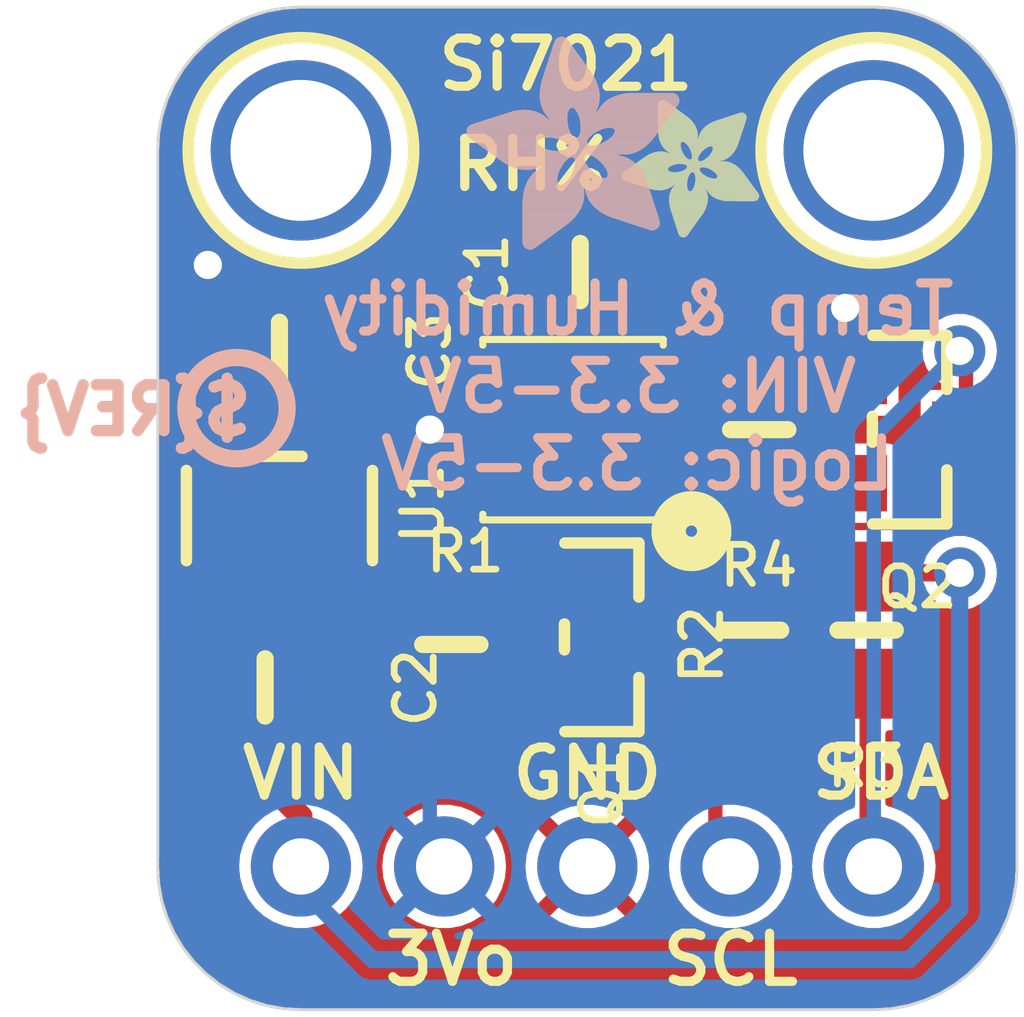
<source format=kicad_pcb>
(kicad_pcb (version 20221018) (generator pcbnew)
  (layers (0 "F.Cu" signal) (31 "B.Cu" signal) (34 "B.Paste" user) (35 "F.Paste" user) (36 "B.SilkS" user "B.Silkscreen") (37 "F.SilkS" user "F.Silkscreen") (38 "B.Mask" user) (39 "F.Mask" user) (44 "Edge.Cuts" user))
  (net 0 "")
  (net 1 "SDA_3.3V")
  (net 2 "SCL_3.3V")
  (net 3 "SDA")
  (net 4 "SCL")
  (net 5 "+3V3")
  (net 6 "VIN")
  (net 7 "GND")
  (footprint "working:SOT23-WIDE" (layer "F.Cu") (at 148.7551 107.2896 -90)
    (fp_text reference "Q1" (at 1.905 0 90) (layer "F.SilkS") (effects (font (size 0.692831 0.692831) (thickness 0.119969)) (justify right)))
    (fp_text value "BSS138")
    (pad "1" smd rect (at -0.95 1 270) (size 1 1.2) (layers "F.Cu" "F.Paste" "F.Mask") (net 5 "+3V3"))
    (pad "2" smd rect (at 0.95 1 270) (size 1 1.2) (layers "F.Cu" "F.Paste" "F.Mask") (net 2 "SCL_3.3V"))
    (pad "3" smd rect (at 0 -1 270) (size 1 1.2) (layers "F.Cu" "F.Paste" "F.Mask") (net 4 "SCL"))
  )
  (footprint "working:0805-NO" (layer "F.Cu") (at 151.4221 107.1626 90)
    (fp_text reference "R2" (at -1.016 -0.889 90) (layer "F.SilkS") (effects (font (size 0.692831 0.692831) (thickness 0.119969)) (justify left)))
    (fp_text value "10K")
    (pad "1" smd rect (at -0.95 0 90) (size 1.24 1.5) (layers "F.Cu" "F.Paste" "F.Mask") (net 4 "SCL"))
    (pad "2" smd rect (at 0.95 0 90) (size 1.24 1.5) (layers "F.Cu" "F.Paste" "F.Mask") (net 6 "VIN"))
  )
  (footprint "working:MOUNTINGHOLE_2.5_PLATED" (layer "F.Cu") (at 143.4211 98.6536)
    (fp_text reference "U$7" hide)
    (fp_text value "MOUNTINGHOLE2.5" hide)
    (pad "P$1" thru_hole circle (at 0 0) (size 3.2 3.2) (drill 2.5) (layers "*.Cu" "*.Mask"))
    (zone (net 0) (net_name "") (layer "F.Cu") (connect_pads (clearance 0)) (min_thickness 0.25)
      (keepout (tracks not_allowed) (vias not_allowed) (pads not_allowed) (copperpour not_allowed) (footprints allowed))
      (fill (thermal_gap 0.5) (thermal_bridge_width 0.5))
      (polygon (pts (xy 145.4371 98.6536) (xy 145.41748 98.373027) (xy 145.359004 98.097915) (xy 145.262808 97.833619) (xy 145.130765 97.585283) (xy 144.965446 97.35774) (xy 144.770067 97.15542) (xy 144.548433 96.98226) (xy 144.304856 96.841631) (xy 144.044078 96.73627) (xy 143.771175 96.668228) (xy 143.491457 96.638828) (xy 143.210371 96.648644) (xy 142.933385 96.697484) (xy 142.665893 96.784397) (xy 142.4131 96.907693) (xy 142.179926 97.06497) (xy 141.970911 97.253169) (xy 141.790122 97.468625) (xy 141.641078 97.707145) (xy 141.52668 97.964087) (xy 141.449154 98.23445) (xy 141.410011 98.512971) (xy 141.410011 98.794229) (xy 141.449154 99.07275) (xy 141.52668 99.343113) (xy 141.641078 99.600055) (xy 141.790122 99.838575) (xy 141.970911 100.054031) (xy 142.179926 100.24223) (xy 142.4131 100.399507) (xy 142.665893 100.522803) (xy 142.933385 100.609716) (xy 143.210371 100.658556) (xy 143.491457 100.668372) (xy 143.771175 100.638972) (xy 144.044078 100.57093) (xy 144.304856 100.465569) (xy 144.548433 100.32494) (xy 144.770067 100.15178) (xy 144.965446 99.94946) (xy 145.130765 99.721917) (xy 145.262808 99.473581) (xy 145.359004 99.209285) (xy 145.41748 98.934173)))
      (polygon (pts (xy 143.4051 98.6536) (xy 143.409786 98.664914) (xy 143.4211 98.6696) (xy 143.432414 98.664914) (xy 143.4371 98.6536) (xy 143.432414 98.642286) (xy 143.4211 98.6376) (xy 143.409786 98.642286)))
    )
    (zone (net 0) (net_name "") (layer "B.Cu") (connect_pads (clearance 0)) (min_thickness 0.25)
      (keepout (tracks not_allowed) (vias not_allowed) (pads not_allowed) (copperpour not_allowed) (footprints allowed))
      (fill (thermal_gap 0.5) (thermal_bridge_width 0.5))
      (polygon (pts (xy 145.4371 98.6536) (xy 145.41748 98.373027) (xy 145.359004 98.097915) (xy 145.262808 97.833619) (xy 145.130765 97.585283) (xy 144.965446 97.35774) (xy 144.770067 97.15542) (xy 144.548433 96.98226) (xy 144.304856 96.841631) (xy 144.044078 96.73627) (xy 143.771175 96.668228) (xy 143.491457 96.638828) (xy 143.210371 96.648644) (xy 142.933385 96.697484) (xy 142.665893 96.784397) (xy 142.4131 96.907693) (xy 142.179926 97.06497) (xy 141.970911 97.253169) (xy 141.790122 97.468625) (xy 141.641078 97.707145) (xy 141.52668 97.964087) (xy 141.449154 98.23445) (xy 141.410011 98.512971) (xy 141.410011 98.794229) (xy 141.449154 99.07275) (xy 141.52668 99.343113) (xy 141.641078 99.600055) (xy 141.790122 99.838575) (xy 141.970911 100.054031) (xy 142.179926 100.24223) (xy 142.4131 100.399507) (xy 142.665893 100.522803) (xy 142.933385 100.609716) (xy 143.210371 100.658556) (xy 143.491457 100.668372) (xy 143.771175 100.638972) (xy 144.044078 100.57093) (xy 144.304856 100.465569) (xy 144.548433 100.32494) (xy 144.770067 100.15178) (xy 144.965446 99.94946) (xy 145.130765 99.721917) (xy 145.262808 99.473581) (xy 145.359004 99.209285) (xy 145.41748 98.934173)))
      (polygon (pts (xy 143.4051 98.6536) (xy 143.409786 98.664914) (xy 143.4211 98.6696) (xy 143.432414 98.664914) (xy 143.4371 98.6536) (xy 143.432414 98.642286) (xy 143.4211 98.6376) (xy 143.409786 98.642286)))
    )
  )
  (footprint "working:0805-NO" (layer "F.Cu") (at 142.7861 108.1786)
    (fp_text reference "C2" (at 2.667 0.762 90) (layer "F.SilkS") (effects (font (size 0.692831 0.692831) (thickness 0.119969)) (justify left)))
    (fp_text value "10uF")
    (pad "1" smd rect (at -0.95 0) (size 1.24 1.5) (layers "F.Cu" "F.Paste" "F.Mask") (net 6 "VIN"))
    (pad "2" smd rect (at 0.95 0) (size 1.24 1.5) (layers "F.Cu" "F.Paste" "F.Mask") (net 7 "GND"))
  )
  (footprint "working:1X05_ROUND_70" (layer "F.Cu") (at 148.5011 111.3536 180)
    (fp_text reference "JP1" hide)
    (fp_text value "")
    (pad "1" thru_hole circle (at -5.08 0 270) (size 1.778 1.778) (drill 1) (layers "*.Cu" "*.Mask") (net 3 "SDA"))
    (pad "2" thru_hole circle (at -2.54 0 270) (size 1.778 1.778) (drill 1) (layers "*.Cu" "*.Mask") (net 4 "SCL"))
    (pad "3" thru_hole circle (at 0 0 270) (size 1.778 1.778) (drill 1) (layers "*.Cu" "*.Mask") (net 7 "GND"))
    (pad "4" thru_hole circle (at 2.54 0 270) (size 1.778 1.778) (drill 1) (layers "*.Cu" "*.Mask") (net 5 "+3V3"))
    (pad "5" thru_hole circle (at 5.08 0 270) (size 1.778 1.778) (drill 1) (layers "*.Cu" "*.Mask") (net 6 "VIN"))
  )
  (footprint "working:0805-NO" (layer "F.Cu") (at 153.4541 107.1626 -90)
    (fp_text reference "R3" (at 2.413 0.762) (layer "F.SilkS") (effects (font (size 0.692831 0.692831) (thickness 0.119969)) (justify left)))
    (fp_text value "10K")
    (pad "1" smd rect (at -0.95 0 270) (size 1.24 1.5) (layers "F.Cu" "F.Paste" "F.Mask") (net 6 "VIN"))
    (pad "2" smd rect (at 0.95 0 270) (size 1.24 1.5) (layers "F.Cu" "F.Paste" "F.Mask") (net 3 "SDA"))
  )
  (footprint "working:FIDUCIAL_1MM" (layer "F.Cu") (at 141.6431 110.8456)
    (fp_text reference "FID1" hide)
    (fp_text value "FIDUCIAL\"\"" hide)
    (pad "1" smd roundrect (at 0 0) (size 1 1) (layers "F.Cu" "F.Mask") (roundrect_rratio 0.5))
  )
  (footprint "working:0805-NO" (layer "F.Cu") (at 143.0401 102.2096)
    (fp_text reference "C3" (at 2.667 0.762 90) (layer "F.SilkS") (effects (font (size 0.692831 0.692831) (thickness 0.119969)) (justify left)))
    (fp_text value "10uF")
    (pad "1" smd rect (at -0.95 0) (size 1.24 1.5) (layers "F.Cu" "F.Paste" "F.Mask") (net 5 "+3V3"))
    (pad "2" smd rect (at 0.95 0) (size 1.24 1.5) (layers "F.Cu" "F.Paste" "F.Mask") (net 7 "GND"))
  )
  (footprint "working:FIDUCIAL_1MM" (layer "F.Cu") (at 151.4221 100.9396)
    (fp_text reference "FID2" hide)
    (fp_text value "FIDUCIAL\"\"" hide)
    (pad "1" smd roundrect (at 0 0) (size 1 1) (layers "F.Cu" "F.Mask") (roundrect_rratio 0.5))
  )
  (footprint "working:ADAFRUIT_2.5MM" (layer "F.Cu") (at 151.5491 97.7646 180)
    (fp_text reference "U$1" hide)
    (fp_text value "" hide)
  )
  (footprint "working:SOT23-WIDE" (layer "F.Cu") (at 154.2161 103.6066 -90)
    (fp_text reference "Q2" (at 2.794 0.635) (layer "F.SilkS") (effects (font (size 0.692831 0.692831) (thickness 0.119969)) (justify left)))
    (fp_text value "BSS138")
    (pad "1" smd rect (at -0.95 1 270) (size 1 1.2) (layers "F.Cu" "F.Paste" "F.Mask") (net 5 "+3V3"))
    (pad "2" smd rect (at 0.95 1 270) (size 1 1.2) (layers "F.Cu" "F.Paste" "F.Mask") (net 1 "SDA_3.3V"))
    (pad "3" smd rect (at 0 -1 270) (size 1 1.2) (layers "F.Cu" "F.Paste" "F.Mask") (net 3 "SDA"))
  )
  (footprint "working:0805-NO" (layer "F.Cu") (at 148.3741 100.8126)
    (fp_text reference "C1" (at -1.651 0.762 90) (layer "F.SilkS") (effects (font (size 0.692831 0.692831) (thickness 0.119969)) (justify left)))
    (fp_text value "0.1uF")
    (pad "1" smd rect (at -0.95 0) (size 1.24 1.5) (layers "F.Cu" "F.Paste" "F.Mask") (net 5 "+3V3"))
    (pad "2" smd rect (at 0.95 0) (size 1.24 1.5) (layers "F.Cu" "F.Paste" "F.Mask") (net 7 "GND"))
  )
  (footprint "working:DFN6_3X3_SI" (layer "F.Cu") (at 148.2471 103.6066 180)
    (fp_text reference "U2" hide)
    (fp_text value "Si7021-A20")
    (pad "1" smd roundrect (at -1.45 -1 180) (size 0.85 0.45) (layers "F.Cu" "F.Paste" "F.Mask") (roundrect_rratio 0.5) (net 1 "SDA_3.3V"))
    (pad "2" smd roundrect (at -1.45 0 180) (size 0.85 0.45) (layers "F.Cu" "F.Paste" "F.Mask") (roundrect_rratio 0.5) (net 7 "GND"))
    (pad "3" smd roundrect (at -1.45 1 180) (size 0.85 0.45) (layers "F.Cu" "F.Paste" "F.Mask") (roundrect_rratio 0.5))
    (pad "4" smd roundrect (at 1.45 1 180) (size 0.85 0.45) (layers "F.Cu" "F.Paste" "F.Mask") (roundrect_rratio 0.5))
    (pad "5" smd roundrect (at 1.45 0 180) (size 0.85 0.45) (layers "F.Cu" "F.Paste" "F.Mask") (roundrect_rratio 0.5) (net 5 "+3V3"))
    (pad "6" smd roundrect (at 1.45 -1 180) (size 0.85 0.45) (layers "F.Cu" "F.Paste" "F.Mask") (roundrect_rratio 0.5) (net 2 "SCL_3.3V"))
    (pad "P$1" smd rect (at 0 0 180) (size 1.6 2.5) (layers "F.Cu" "F.Paste" "F.Mask"))
  )
  (footprint "working:0805-NO" (layer "F.Cu") (at 146.0881 107.4166 90)
    (fp_text reference "R1" (at 1.651 -0.508) (layer "F.SilkS") (effects (font (size 0.692831 0.692831) (thickness 0.119969)) (justify left)))
    (fp_text value "10K")
    (pad "1" smd rect (at -0.95 0 90) (size 1.24 1.5) (layers "F.Cu" "F.Paste" "F.Mask") (net 2 "SCL_3.3V"))
    (pad "2" smd rect (at 0.95 0 90) (size 1.24 1.5) (layers "F.Cu" "F.Paste" "F.Mask") (net 5 "+3V3"))
  )
  (footprint "working:SOT23-5" (layer "F.Cu") (at 143.0401 105.1306)
    (fp_text reference "U1" (at 2.54 0.562 90) (layer "F.SilkS") (effects (font (size 0.692831 0.692831) (thickness 0.119969)) (justify left)))
    (fp_text value "MIC5225-3.3")
    (pad "1" smd rect (at -0.95 1.3001) (size 0.55 1.2) (layers "F.Cu" "F.Paste" "F.Mask") (net 6 "VIN"))
    (pad "2" smd rect (at 0 1.3001) (size 0.55 1.2) (layers "F.Cu" "F.Paste" "F.Mask") (net 7 "GND"))
    (pad "3" smd rect (at 0.95 1.3001) (size 0.55 1.2) (layers "F.Cu" "F.Paste" "F.Mask") (net 6 "VIN"))
    (pad "4" smd rect (at 0.95 -1.3001) (size 0.55 1.2) (layers "F.Cu" "F.Paste" "F.Mask"))
    (pad "5" smd rect (at -0.95 -1.3001) (size 0.55 1.2) (layers "F.Cu" "F.Paste" "F.Mask") (net 5 "+3V3"))
  )
  (footprint "working:MOUNTINGHOLE_2.5_PLATED" (layer "F.Cu") (at 153.5811 98.6536)
    (fp_text reference "U$6" hide)
    (fp_text value "MOUNTINGHOLE2.5" hide)
    (pad "P$1" thru_hole circle (at 0 0) (size 3.2 3.2) (drill 2.5) (layers "*.Cu" "*.Mask"))
    (zone (net 0) (net_name "") (layer "F.Cu") (connect_pads (clearance 0)) (min_thickness 0.25)
      (keepout (tracks not_allowed) (vias not_allowed) (pads not_allowed) (copperpour not_allowed) (footprints allowed))
      (fill (thermal_gap 0.5) (thermal_bridge_width 0.5))
      (polygon (pts (xy 155.5971 98.6536) (xy 155.57748 98.373027) (xy 155.519004 98.097915) (xy 155.422808 97.833619) (xy 155.290765 97.585283) (xy 155.125446 97.35774) (xy 154.930067 97.15542) (xy 154.708433 96.98226) (xy 154.464856 96.841631) (xy 154.204078 96.73627) (xy 153.931175 96.668228) (xy 153.651457 96.638828) (xy 153.370371 96.648644) (xy 153.093385 96.697484) (xy 152.825893 96.784397) (xy 152.5731 96.907693) (xy 152.339926 97.06497) (xy 152.130911 97.253169) (xy 151.950122 97.468625) (xy 151.801078 97.707145) (xy 151.68668 97.964087) (xy 151.609154 98.23445) (xy 151.570011 98.512971) (xy 151.570011 98.794229) (xy 151.609154 99.07275) (xy 151.68668 99.343113) (xy 151.801078 99.600055) (xy 151.950122 99.838575) (xy 152.130911 100.054031) (xy 152.339926 100.24223) (xy 152.5731 100.399507) (xy 152.825893 100.522803) (xy 153.093385 100.609716) (xy 153.370371 100.658556) (xy 153.651457 100.668372) (xy 153.931175 100.638972) (xy 154.204078 100.57093) (xy 154.464856 100.465569) (xy 154.708433 100.32494) (xy 154.930067 100.15178) (xy 155.125446 99.94946) (xy 155.290765 99.721917) (xy 155.422808 99.473581) (xy 155.519004 99.209285) (xy 155.57748 98.934173)))
      (polygon (pts (xy 153.5651 98.6536) (xy 153.569786 98.664914) (xy 153.5811 98.6696) (xy 153.592414 98.664914) (xy 153.5971 98.6536) (xy 153.592414 98.642286) (xy 153.5811 98.6376) (xy 153.569786 98.642286)))
    )
    (zone (net 0) (net_name "") (layer "B.Cu") (connect_pads (clearance 0)) (min_thickness 0.25)
      (keepout (tracks not_allowed) (vias not_allowed) (pads not_allowed) (copperpour not_allowed) (footprints allowed))
      (fill (thermal_gap 0.5) (thermal_bridge_width 0.5))
      (polygon (pts (xy 155.5971 98.6536) (xy 155.57748 98.373027) (xy 155.519004 98.097915) (xy 155.422808 97.833619) (xy 155.290765 97.585283) (xy 155.125446 97.35774) (xy 154.930067 97.15542) (xy 154.708433 96.98226) (xy 154.464856 96.841631) (xy 154.204078 96.73627) (xy 153.931175 96.668228) (xy 153.651457 96.638828) (xy 153.370371 96.648644) (xy 153.093385 96.697484) (xy 152.825893 96.784397) (xy 152.5731 96.907693) (xy 152.339926 97.06497) (xy 152.130911 97.253169) (xy 151.950122 97.468625) (xy 151.801078 97.707145) (xy 151.68668 97.964087) (xy 151.609154 98.23445) (xy 151.570011 98.512971) (xy 151.570011 98.794229) (xy 151.609154 99.07275) (xy 151.68668 99.343113) (xy 151.801078 99.600055) (xy 151.950122 99.838575) (xy 152.130911 100.054031) (xy 152.339926 100.24223) (xy 152.5731 100.399507) (xy 152.825893 100.522803) (xy 153.093385 100.609716) (xy 153.370371 100.658556) (xy 153.651457 100.668372) (xy 153.931175 100.638972) (xy 154.204078 100.57093) (xy 154.464856 100.465569) (xy 154.708433 100.32494) (xy 154.930067 100.15178) (xy 155.125446 99.94946) (xy 155.290765 99.721917) (xy 155.422808 99.473581) (xy 155.519004 99.209285) (xy 155.57748 98.934173)))
      (polygon (pts (xy 153.5651 98.6536) (xy 153.569786 98.664914) (xy 153.5811 98.6696) (xy 153.592414 98.664914) (xy 153.5971 98.6536) (xy 153.592414 98.642286) (xy 153.5811 98.6376) (xy 153.569786 98.642286)))
    )
  )
  (footprint "working:0805-NO" (layer "F.Cu") (at 151.5491 103.6066 -90)
    (fp_text reference "R4" (at 2.413 0.762) (layer "F.SilkS") (effects (font (size 0.692831 0.692831) (thickness 0.119969)) (justify left)))
    (fp_text value "10K")
    (pad "1" smd rect (at -0.95 0 270) (size 1.24 1.5) (layers "F.Cu" "F.Paste" "F.Mask") (net 5 "+3V3"))
    (pad "2" smd rect (at 0.95 0 270) (size 1.24 1.5) (layers "F.Cu" "F.Paste" "F.Mask") (net 1 "SDA_3.3V"))
  )
  (footprint "working:ADAFRUIT_3.5MM" (layer "B.Cu") (at 150.1521 100.4316 180)
    (fp_text reference "U$10" hide)
    (fp_text value "" hide)
  )
  (footprint "working:PCBFEAT-REV-040" (layer "B.Cu") (at 142.2781 103.2256 180)
    (fp_text reference "U$9" hide)
    (fp_text value "" hide)
    (fp_text user "${REV}" (at -0.3556 -0.508) (layer "B.SilkS") (effects (font (size 0.8128 0.8128) (thickness 0.2032)) (justify left bottom mirror)))
  )
  (gr_line (start 156.1211 98.6536) (end 156.1211 111.3536) (stroke (width 0.05)) (layer "Edge.Cuts"))
  (gr_line (start 153.5811 113.8936) (end 143.4211 113.8936) (stroke (width 0.05)) (layer "Edge.Cuts"))
  (gr_arc (start 143.4211 113.8936) (mid 141.625049 113.149651) (end 140.8811 111.3536) (stroke (width 0.05)) (layer "Edge.Cuts"))
  (gr_line (start 143.4211 96.1136) (end 153.5811 96.1136) (stroke (width 0.05)) (layer "Edge.Cuts"))
  (gr_arc (start 140.8811 98.6536) (mid 141.625049 96.857549) (end 143.4211 96.1136) (stroke (width 0.05)) (layer "Edge.Cuts"))
  (gr_line (start 140.8811 111.3536) (end 140.8811 98.6536) (stroke (width 0.05)) (layer "Edge.Cuts"))
  (gr_arc (start 153.5811 96.1136) (mid 155.377151 96.857549) (end 156.1211 98.6536) (stroke (width 0.05)) (layer "Edge.Cuts"))
  (gr_arc (start 156.1211 111.3536) (mid 155.377151 113.149651) (end 153.5811 113.8936) (stroke (width 0.05)) (layer "Edge.Cuts"))
  (gr_text "Temp & Humidity\nVIN: 3.3-5V\nLogic: 3.3-5V" (at 149.3901 102.8446) (layer "B.SilkS") (effects (font (size 0.85344 0.85344) (thickness 0.16256)) (justify mirror)))
  (gr_text "SDA" (at 153.7081 109.7026) (layer "F.SilkS") (effects (font (size 0.85344 0.85344) (thickness 0.16256))))
  (gr_text "3Vo" (at 146.0881 113.0046) (layer "F.SilkS") (effects (font (size 0.85344 0.85344) (thickness 0.16256))))
  (gr_text "Si7021" (at 148.1201 97.1296) (layer "F.SilkS") (effects (font (size 0.85344 0.85344) (thickness 0.16256))))
  (gr_text "VIN" (at 143.4211 109.7026) (layer "F.SilkS") (effects (font (size 0.85344 0.85344) (thickness 0.16256))))
  (gr_text "RH%" (at 147.4851 98.9076) (layer "F.SilkS") (effects (font (size 0.85344 0.85344) (thickness 0.16256))))
  (gr_text "GND" (at 148.5011 109.7026) (layer "F.SilkS") (effects (font (size 0.85344 0.85344) (thickness 0.16256))))
  (gr_text "SCL" (at 151.0411 113.0046) (layer "F.SilkS") (effects (font (size 0.85344 0.85344) (thickness 0.16256))))
  (segment (start 150.6101 104.6066) (end 151.5491 104.5566) (width 0.254) (layer "F.Cu") (net 1))
  (segment (start 149.6971 104.6066) (end 150.6101 104.6066) (width 0.254) (layer "F.Cu") (net 1))
  (segment (start 151.5491 104.5566) (end 153.2161 104.5566) (width 0.254) (layer "F.Cu") (net 1))
  (segment (start 148.0701 108.1786) (end 147.7551 108.2396) (width 0.254) (layer "F.Cu") (net 2))
  (segment (start 147.8821 108.3666) (end 147.7551 108.2396) (width 0.254) (layer "F.Cu") (net 2))
  (segment (start 146.7971 104.6066) (end 146.7971 104.9506) (width 0.254) (layer "F.Cu") (net 2))
  (segment (start 148.7551 105.3846) (end 148.7551 107.5436) (width 0.254) (layer "F.Cu") (net 2))
  (segment (start 146.0881 108.3666) (end 147.8821 108.3666) (width 0.254) (layer "F.Cu") (net 2))
  (segment (start 148.7551 107.5436) (end 148.1201 108.1786) (width 0.254) (layer "F.Cu") (net 2))
  (segment (start 147.2311 105.3846) (end 148.7551 105.3846) (width 0.254) (layer "F.Cu") (net 2))
  (segment (start 148.1201 108.1786) (end 148.0701 108.1786) (width 0.254) (layer "F.Cu") (net 2))
  (segment (start 146.7971 104.9506) (end 147.2311 105.3846) (width 0.254) (layer "F.Cu") (net 2))
  (segment (start 155.2161 102.3206) (end 155.1051 102.2096) (width 0.254) (layer "F.Cu") (net 3))
  (segment (start 153.4541 108.1126) (end 153.4541 111.2266) (width 0.254) (layer "F.Cu") (net 3))
  (segment (start 153.4541 111.2266) (end 153.5811 111.3536) (width 0.254) (layer "F.Cu") (net 3))
  (segment (start 155.2161 103.6066) (end 155.2161 102.3206) (width 0.254) (layer "F.Cu") (net 3))
  (segment (start 153.3881 108.0516) (end 153.4541 108.1126) (width 0.254) (layer "F.Cu") (net 3))
  (via (at 155.1051 102.2096) (size 0.9064) (drill 0.5) (layers "F.Cu" "B.Cu") (net 3))
  (segment (start 155.1051 102.2096) (end 153.5811 103.7336) (width 0.254) (layer "B.Cu") (net 3))
  (segment (start 153.5811 103.7336) (end 153.5811 111.3536) (width 0.254) (layer "B.Cu") (net 3))
  (segment (start 150.7711 111.0836) (end 150.7711 108.5596) (width 0.254) (layer "F.Cu") (net 4))
  (segment (start 150.7711 108.3056) (end 150.7711 108.5596) (width 0.254) (layer "F.Cu") (net 4))
  (segment (start 151.0411 111.3536) (end 150.7711 111.0836) (width 0.254) (layer "F.Cu") (net 4))
  (segment (start 150.9641 108.1126) (end 150.7711 108.3056) (width 0.254) (layer "F.Cu") (net 4))
  (segment (start 151.4221 108.1126) (end 150.9641 108.1126) (width 0.254) (layer "F.Cu") (net 4))
  (segment (start 149.7551 107.2896) (end 150.7711 108.5596) (width 0.254) (layer "F.Cu") (net 4))
  (segment (start 147.4241 100.8126) (end 146.3421 100.8126) (width 0.254) (layer "F.Cu") (net 5))
  (segment (start 145.7681 106.4666) (end 146.0881 106.4666) (width 0.254) (layer "F.Cu") (net 5))
  (segment (start 142.5981 101.6406) (end 141.7701 100.6856) (width 0.254) (layer "F.Cu") (net 5))
  (segment (start 145.7071 101.4476) (end 145.7071 103.6066) (width 0.254) (layer "F.Cu") (net 5))
  (segment (start 145.7071 103.6066) (end 146.7971 103.6066) (width 0.254) (layer "F.Cu") (net 5))
  (segment (start 151.5491 102.6566) (end 153.2161 102.6566) (width 0.254) (layer "F.Cu") (net 5))
  (segment (start 153.0731 101.4476) (end 153.0731 102.5136) (width 0.254) (layer "F.Cu") (net 5))
  (segment (start 142.2171 102.0826) (end 142.0901 103.8305) (width 0.4064) (layer "F.Cu") (net 5))
  (segment (start 146.2151 106.3396) (end 146.0881 106.4666) (width 0.254) (layer "F.Cu") (net 5))
  (segment (start 147.3581 100.7466) (end 147.4241 100.8126) (width 0.3048) (layer "F.Cu") (net 5))
  (segment (start 142.0901 102.2096) (end 142.2171 102.0826) (width 0.4064) (layer "F.Cu") (net 5))
  (segment (start 153.0731 102.5136) (end 153.2161 102.6566) (width 0.254) (layer "F.Cu") (net 5))
  (segment (start 145.7071 103.6066) (end 145.7071 106.3396) (width 0.254) (layer "F.Cu") (net 5))
  (segment (start 147.7551 106.3396) (end 146.2151 106.3396) (width 0.254) (layer "F.Cu") (net 5))
  (segment (start 145.7071 106.3396) (end 146.2151 106.3396) (width 0.254) (layer "F.Cu") (net 5))
  (segment (start 142.0901 102.2096) (end 142.5981 101.6406) (width 0.254) (layer "F.Cu") (net 5))
  (segment (start 146.3421 100.8126) (end 145.7071 101.4476) (width 0.254) (layer "F.Cu") (net 5))
  (via (at 153.0731 101.4476) (size 0.9064) (drill 0.5) (layers "F.Cu" "B.Cu") (net 5))
  (via (at 141.7701 100.6856) (size 0.9064) (drill 0.5) (layers "F.Cu" "B.Cu") (net 5))
  (via (at 145.7071 103.6066) (size 0.9064) (drill 0.5) (layers "F.Cu" "B.Cu") (net 5))
  (segment (start 147.9931 101.3206) (end 145.7071 103.6066) (width 0.3048) (layer "B.Cu") (net 5))
  (segment (start 145.7071 111.0996) (end 145.9611 111.3536) (width 0.254) (layer "B.Cu") (net 5))
  (segment (start 145.7071 103.6066) (end 145.7071 111.0996) (width 0.254) (layer "B.Cu") (net 5))
  (segment (start 142.0901 106.4307) (end 142.0901 107.7976) (width 0.4064) (layer "F.Cu") (net 6))
  (segment (start 142.0901 105.2576) (end 142.0901 106.4307) (width 0.4064) (layer "F.Cu") (net 6))
  (segment (start 142.0241 109.0676) (end 142.0241 108.1126) (width 0.4064) (layer "F.Cu") (net 6))
  (segment (start 153.5201 106.1466) (end 153.4541 106.2126) (width 0.3048) (layer "F.Cu") (net 6))
  (segment (start 143.9901 106.4307) (end 143.9901 105.2576) (width 0.4064) (layer "F.Cu") (net 6))
  (segment (start 143.9901 105.2576) (end 142.0901 105.2576) (width 0.4064) (layer "F.Cu") (net 6))
  (segment (start 153.4541 106.2126) (end 151.4221 106.2126) (width 0.254) (layer "F.Cu") (net 6))
  (segment (start 155.1051 106.1466) (end 153.5201 106.1466) (width 0.3048) (layer "F.Cu") (net 6))
  (segment (start 142.0901 107.7976) (end 141.8361 108.1786) (width 0.4064) (layer "F.Cu") (net 6))
  (segment (start 143.4211 110.4646) (end 142.0241 109.0676) (width 0.4064) (layer "F.Cu") (net 6))
  (segment (start 142.0241 108.1126) (end 141.8361 108.1786) (width 0.4064) (layer "F.Cu") (net 6))
  (segment (start 143.4211 111.3536) (end 143.4211 110.4646) (width 0.4064) (layer "F.Cu") (net 6))
  (via (at 155.1051 106.1466) (size 0.9064) (drill 0.5) (layers "F.Cu" "B.Cu") (net 6))
  (segment (start 155.1051 112.1156) (end 155.1051 106.1466) (width 0.3048) (layer "B.Cu") (net 6))
  (segment (start 143.4211 111.3536) (end 143.4211 111.7346) (width 0.3048) (layer "B.Cu") (net 6))
  (segment (start 143.4211 111.7346) (end 144.6911 113.0046) (width 0.3048) (layer "B.Cu") (net 6))
  (segment (start 144.6911 113.0046) (end 154.2161 113.0046) (width 0.3048) (layer "B.Cu") (net 6))
  (segment (start 154.2161 113.0046) (end 155.1051 112.1156) (width 0.3048) (layer "B.Cu") (net 6))
  (segment (start 150.4696 103.6066) (end 150.4696 102.3366) (width 0.254) (layer "F.Cu") (net 7))
  (segment (start 143.8631 107.8586) (end 143.7361 108.1786) (width 0.4064) (layer "F.Cu") (net 7))
  (segment (start 143.0401 106.4307) (end 143.0401 107.0356) (width 0.4064) (layer "F.Cu") (net 7))
  (segment (start 149.2631 101.9556) (end 149.3241 101.8946) (width 0.254) (layer "F.Cu") (net 7))
  (segment (start 149.3241 101.8946) (end 149.3241 100.8126) (width 0.254) (layer "F.Cu") (net 7))
  (segment (start 150.4696 102.3366) (end 150.0886 101.9556) (width 0.254) (layer "F.Cu") (net 7))
  (segment (start 149.6971 103.6066) (end 150.4696 103.6066) (width 0.254) (layer "F.Cu") (net 7))
  (segment (start 150.0886 101.9556) (end 149.2631 101.9556) (width 0.254) (layer "F.Cu") (net 7))
  (segment (start 143.0401 107.0356) (end 143.8631 107.8586) (width 0.4064) (layer "F.Cu") (net 7))
  (zone (net 7) (net_name "GND") (layer "F.Cu") (priority 6) (connect_pads (clearance 0.000001)) (min_thickness 0.127) (fill yes (thermal_gap 0.304) (thermal_bridge_width 0.304))
    (polygon (pts (xy 156.2481 114.0206) (xy 140.7541 114.0206) (xy 140.7541 95.9866) (xy 156.2481 95.9866)))
  )
  (zone (net 5) (net_name "+3V3") (layer "B.Cu") (priority 6) (connect_pads (clearance 0.000001)) (min_thickness 0.127) (fill yes (thermal_gap 0.304) (thermal_bridge_width 0.304))
    (polygon (pts (xy 156.2481 114.0206) (xy 140.7541 114.0206) (xy 140.7541 95.9866) (xy 156.2481 95.9866)))
  )
)
</source>
